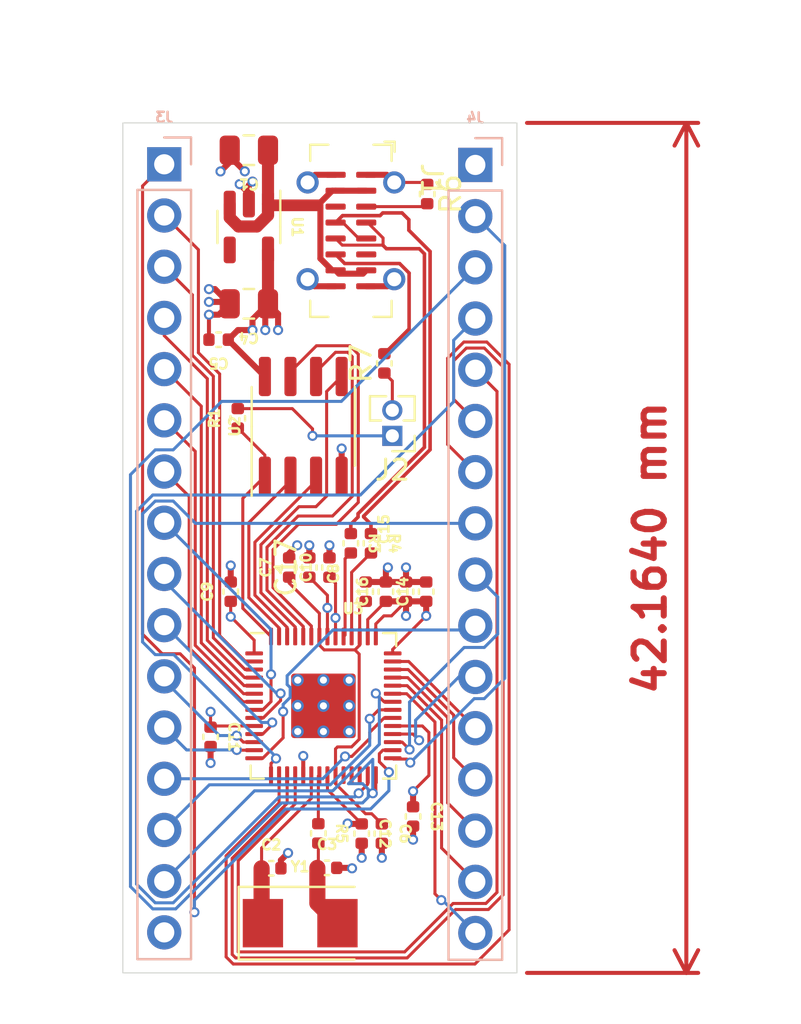
<source format=kicad_pcb>
(kicad_pcb (version 20221018) (generator pcbnew)
  (title_block (title "RP2040 Minimal Design Example") (date "2020-07-13") (rev "REV1") (company "Raspberry Pi (Trading) Ltd"))
  (layers (0 "F.Cu" signal) (1 "In1.Cu" power) (2 "In2.Cu" power) (31 "B.Cu" signal) (34 "B.Paste" user) (35 "F.Paste" user) (36 "B.SilkS" user "B.Silkscreen") (37 "F.SilkS" user "F.Silkscreen") (38 "B.Mask" user) (39 "F.Mask" user) (44 "Edge.Cuts" user))
  (net 0 "")
  (net 1 "GND")
  (net 2 "VBUS")
  (net 3 "/XIN")
  (net 4 "/XOUT")
  (net 5 "+3V3")
  (net 6 "+1V1")
  (net 7 "/~{USB_BOOT}")
  (net 8 "/RUN")
  (net 9 "/SWD")
  (net 10 "/SWCLK")
  (net 11 "/QSPI_SS")
  (net 12 "Net-(J1-CC1)")
  (net 14 "/QSPI_SD3")
  (net 15 "/QSPI_SCLK")
  (net 16 "/QSPI_SD0")
  (net 17 "/QSPI_SD2")
  (net 18 "/QSPI_SD1")
  (net 19 "/USB_D+")
  (net 20 "/USB_D-")
  (net 21 "Net-(C3-Pad1)")
  (net 22 "Net-(J1-CC2)")
  (net 25 "Net-(U3-USB_DP)")
  (net 26 "/A19")
  (net 27 "/A16")
  (net 28 "/A15")
  (net 29 "/A12")
  (net 30 "/A7")
  (net 31 "/A6")
  (net 32 "/A5")
  (net 33 "/A4")
  (net 34 "/A3")
  (net 35 "/A2")
  (net 36 "/A1")
  (net 37 "/A0")
  (net 38 "/D0")
  (net 39 "/D1")
  (net 40 "/D2")
  (net 41 "Net-(U3-USB_DM)")
  (net 42 "/A18")
  (net 43 "/A17")
  (net 44 "/A14")
  (net 45 "/A13")
  (net 46 "/A8")
  (net 47 "/A9")
  (net 48 "/A11")
  (net 49 "/~{OE}")
  (net 50 "/A10")
  (net 51 "/~{CE}")
  (net 52 "/D7")
  (net 53 "/D6")
  (net 54 "/D5")
  (net 55 "/D4")
  (net 56 "/D3")
  (footprint "Capacitor_SMD:C_0402_1005Metric" (layer "F.Cu") (at 62.72 54.126 90)
    (fp_text reference "R7")
    (fp_text value "5.1k")
  )
  (footprint "Capacitor_SMD:C_0402_1005Metric" (layer "F.Cu") (at 61.595 77.451 -90)
    (fp_text reference "C12")
    (fp_text value "100n")
  )
  (footprint "Crystal:Crystal_SMD_5032-2Pin_5.0x3.2mm" (layer "F.Cu") (at 58.542 81.895)
    (fp_text reference "Y1")
    (fp_text value "445C25D12M00000")
  )
  (footprint "Capacitor_SMD:C_0402_1005Metric" (layer "F.Cu") (at 58.995 64.251 90)
    (fp_text reference "C17")
    (fp_text value "100n")
  )
  (footprint "Capacitor_SMD:C_0402_1005Metric" (layer "F.Cu") (at 62.055 63.051 -90)
    (fp_text reference "R4")
    (fp_text value "27")
  )
  (footprint "RP2040_minimal:RP2040-QFN-56" (layer "F.Cu") (at 59.695 71.1135)
    (fp_text reference "U3")
    (fp_text value "RP2040")
  )
  (footprint "Capacitor_SMD:C_0402_1005Metric" (layer "F.Cu") (at 59.443 77.441 -90)
    (fp_text reference "R5")
    (fp_text value "1k")
  )
  (footprint "Package_SO:SOIC-8_3.9x4.9mm_P1.27mm" (layer "F.Cu") (at 58.695 57.251 90)
    (fp_text reference "U2")
    (fp_text value "W25Q16JVSNIQ")
  )
  (footprint "Capacitor_SMD:C_0402_1005Metric" (layer "F.Cu") (at 59.995 64.251 90)
    (fp_text reference "C10")
    (fp_text value "1u")
  )
  (footprint "Connector_USB:USB_C_Receptacle_G-Switch_GT-USB-7051x" (layer "F.Cu") (at 61.06 47.551 -90)
    (fp_text reference "J1")
    (fp_text value "USB_C_Receptacle_USB2.0")
  )
  (footprint "Capacitor_SMD:C_0402_1005Metric" (layer "F.Cu") (at 61.795 65.451 90)
    (fp_text reference "C8")
    (fp_text value "1u")
  )
  (footprint "Capacitor_SMD:C_0402_1005Metric" (layer "F.Cu") (at 59.875 79.151)
    (fp_text reference "C3")
    (fp_text value "27p")
  )
  (footprint "Package_TO_SOT_SMD:SOT-23-5" (layer "F.Cu") (at 55.995 47.361 -90)
    (fp_text reference "U1")
    (fp_text value "AP2112K-3.3")
  )
  (footprint "Capacitor_SMD:C_0805_2012Metric" (layer "F.Cu") (at 55.995 51.171 180)
    (fp_text reference "C4")
    (fp_text value "1u")
  )
  (footprint "Capacitor_SMD:C_0402_1005Metric" (layer "F.Cu") (at 64.145 76.601 -90)
    (fp_text reference "C13")
    (fp_text value "100n")
  )
  (footprint "Capacitor_SMD:C_0402_1005Metric" (layer "F.Cu") (at 55.095 65.451 90)
    (fp_text reference "C9")
    (fp_text value "100n")
  )
  (footprint "Capacitor_SMD:C_0402_1005Metric" (layer "F.Cu") (at 54.095 72.651 -90)
    (fp_text reference "C11")
    (fp_text value "100n")
  )
  (footprint "Capacitor_SMD:C_0402_1005Metric" (layer "F.Cu") (at 64.845 45.726 -90)
    (fp_text reference "R6")
    (fp_text value "5.1k")
  )
  (footprint "Capacitor_SMD:C_0402_1005Metric" (layer "F.Cu") (at 55.445 56.851 90)
    (fp_text reference "R1")
    (fp_text value "1k")
  )
  (footprint "Capacitor_SMD:C_0402_1005Metric" (layer "F.Cu") (at 63.795 65.451 90)
    (fp_text reference "C15")
    (fp_text value "100n")
  )
  (footprint "Capacitor_SMD:C_0402_1005Metric" (layer "F.Cu") (at 62.795 65.451 90)
    (fp_text reference "C16")
    (fp_text value "100n")
  )
  (footprint "Capacitor_SMD:C_0402_1005Metric" (layer "F.Cu") (at 57.1066 79.1714)
    (fp_text reference "C2")
    (fp_text value "27p")
  )
  (footprint "Capacitor_SMD:C_0402_1005Metric" (layer "F.Cu") (at 57.995 64.251 90)
    (fp_text reference "C7")
    (fp_text value "100n")
  )
  (footprint "Capacitor_SMD:C_0402_1005Metric" (layer "F.Cu") (at 54.495 52.951 180)
    (fp_text reference "C5")
    (fp_text value "100n")
  )
  (footprint "Capacitor_SMD:C_0805_2012Metric" (layer "F.Cu") (at 55.995 43.551 180)
    (fp_text reference "C1")
    (fp_text value "1u")
  )
  (footprint "Capacitor_SMD:C_0402_1005Metric" (layer "F.Cu") (at 62.595 77.451 -90)
    (fp_text reference "C6")
    (fp_text value "100n")
  )
  (footprint "Capacitor_SMD:C_0402_1005Metric" (layer "F.Cu") (at 64.795 65.451 90)
    (fp_text reference "C14")
    (fp_text value "100n")
  )
  (footprint "Capacitor_SMD:C_0402_1005Metric" (layer "F.Cu") (at 61.055 63.051 -90)
    (fp_text reference "R3")
    (fp_text value "27")
  )
  (footprint "Connector_PinHeader_1.27mm:PinHeader_1x02_P1.27mm_Vertical" (layer "F.Cu") (at 63.115 57.721 180)
    (fp_text reference "J2")
    (fp_text value "Conn_01x02")
  )
  (footprint "Connector_PinHeader_2.54mm:PinHeader_1x16_P2.54mm_Vertical" (layer "B.Cu") (at 67.234 44.282 180)
    (fp_text reference "J4")
    (fp_text value "Conn_01x16")
  )
  (footprint "Connector_PinHeader_2.54mm:PinHeader_1x16_P2.54mm_Vertical" (layer "B.Cu") (at 51.795 44.251 180)
    (fp_text reference "J3")
    (fp_text value "Conn_01x16")
  )
  (gr_rect (start 49.741 42.197) (end 69.299 84.361) (stroke (width 0.05)) (fill none) (layer "Edge.Cuts"))
  (dimension (type aligned) (layer "F.Cu") (pts (xy 69.299 84.361) (xy 69.299 42.197)) (height 8.4074) (gr_text "42.1640 mm" (at 75.9064 63.279 90) (layer "F.Cu") (effects (font (size 1.5 1.5) (thickness 0.3)))) (format (prefix "") (suffix "") (units 3) (units_format 1) (precision 4)) (style (thickness 0.2) (arrow_length 1.27) (text_position_mode 0) (extension_height 0.58642) (extension_offset 0.5) keep_text_aligned))
  (segment (start 55.995 45.69) (end 55.54 45.235) (width 0.3) (layer "F.Cu") (net 1))
  (segment (start 57.5866 78.7664) (end 57.94 78.413) (width 0.3) (layer "F.Cu") (net 1))
  (segment (start 57.995 63.771) (end 57.995 63.551) (width 0.3) (layer "F.Cu") (net 1))
  (segment (start 61.82 50.301) (end 62.86 50.301) (width 0.3) (layer "F.Cu") (net 1))
  (segment (start 54.951 51.077) (end 55.045 51.171) (width 0.3) (layer "F.Cu") (net 1))
  (segment (start 54.015 52.951) (end 54.015 51.713) (width 0.2) (layer "F.Cu") (net 1))
  (segment (start 57.5866 79.1714) (end 57.5866 78.7664) (width 0.3) (layer "F.Cu") (net 1))
  (segment (start 55.045 43.551) (end 55.045 44.147233) (width 0.3) (layer "F.Cu") (net 1))
  (segment (start 62.72 54.606) (end 63.115 55.001) (width 0.15) (layer "F.Cu") (net 1))
  (segment (start 64.845 45.246) (end 64.75 45.151) (width 0.15) (layer "F.Cu") (net 1))
  (segment (start 54.016 51.712) (end 54.504 51.712) (width 0.3) (layer "F.Cu") (net 1))
  (segment (start 59.26 50.301) (end 58.91 49.951) (width 0.3) (layer "F.Cu") (net 1))
  (segment (start 64.145 77.081) (end 64.145 77.751) (width 0.3) (layer "F.Cu") (net 1))
  (segment (start 54.095 73.131) (end 54.095 73.949) (width 0.3) (layer "F.Cu") (net 1))
  (segment (start 57.995 63.551) (end 58.395 63.151) (width 0.3) (layer "F.Cu") (net 1))
  (segment (start 55.995 45.288) (end 56.175 45.108) (width 0.3) (layer "F.Cu") (net 1))
  (segment (start 61.595 77.931) (end 61.595 78.651) (width 0.3) (layer "F.Cu") (net 1))
  (segment (start 62.83 44.771) (end 63.21 45.151) (width 0.3) (layer "F.Cu") (net 1))
  (segment (start 63.795 64.971) (end 63.795 64.251) (width 0.3) (layer "F.Cu") (net 1))
  (segment (start 54.316 50.442) (end 55.045 51.171) (width 0.3) (layer "F.Cu") (net 1))
  (segment (start 64.75 45.151) (end 63.21 45.151) (width 0.15) (layer "F.Cu") (net 1))
  (segment (start 58.695 74.551) (end 58.695 73.601) (width 0.2) (layer "F.Cu") (net 1))
  (segment (start 54.016 50.442) (end 54.316 50.442) (width 0.3) (layer "F.Cu") (net 1))
  (segment (start 55.045 43.551) (end 55.045 43.851) (width 0.3) (layer "F.Cu") (net 1))
  (segment (start 61.091 79.151) (end 61.115 79.175) (width 0.3) (layer "F.Cu") (net 1))
  (segment (start 62.795 64.351) (end 62.895 64.251) (width 0.3) (layer "F.Cu") (net 1))
  (segment (start 63.115 55.001) (end 63.115 56.451) (width 0.15) (layer "F.Cu") (net 1))
  (segment (start 59.995 63.771) (end 59.995 63.151) (width 0.3) (layer "F.Cu") (net 1))
  (segment (start 60.6 59.726) (end 60.6 58.3515) (width 0.3) (layer "F.Cu") (net 1))
  (segment (start 55.045 44.147233) (end 54.587466 44.604767) (width 0.3) (layer "F.Cu") (net 1))
  (segment (start 55.995 46.2235) (end 55.995 45.288) (width 0.3) (layer "F.Cu") (net 1))
  (segment (start 55.095 64.971) (end 55.095 64.153) (width 0.3) (layer "F.Cu") (net 1))
  (segment (start 60.3 50.301) (end 59.26 50.301) (width 0.3) (layer "F.Cu") (net 1))
  (segment (start 61.795 64.971) (end 64.795 64.971) (width 0.3) (layer "F.Cu") (net 1))
  (segment (start 55.045 43.851) (end 55.794 44.6) (width 0.3) (layer "F.Cu") (net 1))
  (segment (start 54.015 51.713) (end 54.016 51.712) (width 0.2) (layer "F.Cu") (net 1))
  (segment (start 60.3 44.771) (end 59.29 44.771) (width 0.3) (layer "F.Cu") (net 1))
  (segment (start 59.29 44.771) (end 58.91 45.151) (width 0.3) (layer "F.Cu") (net 1))
  (segment (start 62.86 50.301) (end 63.21 49.951) (width 0.3) (layer "F.Cu") (net 1))
  (segment (start 55.995 46.2235) (end 55.995 45.69) (width 0.3) (layer "F.Cu") (net 1))
  (segment (start 60.355 79.151) (end 61.091 79.151) (width 0.3) (layer "F.Cu") (net 1))
  (segment (start 54.016 51.077) (end 54.951 51.077) (width 0.3) (layer "F.Cu") (net 1))
  (segment (start 60.6 58.3515) (end 60.6005 58.351) (width 0.3) (layer "F.Cu") (net 1))
  (segment (start 61.82 44.771) (end 62.83 44.771) (width 0.3) (layer "F.Cu") (net 1))
  (segment (start 62.595 77.931) (end 62.595 78.651) (width 0.3) (layer "F.Cu") (net 1))
  (segment (start 54.504 51.712) (end 55.045 51.171) (width 0.3) (layer "F.Cu") (net 1))
  (segment (start 58.995 63.771) (end 58.995 63.151) (width 0.3) (layer "F.Cu") (net 1))
  (segment (start 62.795 64.971) (end 62.795 64.351) (width 0.3) (layer "F.Cu") (net 1))
  (via (at 59.995 63.151) (size 0.5) (drill 0.3) (layers "F.Cu" "B.Cu") (net 1))
  (via (at 55.54 45.235) (size 0.5) (drill 0.3) (layers "F.Cu" "B.Cu") (net 1))
  (via (at 61.595 78.651) (size 0.5) (drill 0.3) (layers "F.Cu" "B.Cu") (net 1))
  (via (at 61.115 79.175) (size 0.5) (drill 0.3) (layers "F.Cu" "B.Cu") (net 1))
  (via (at 57.94 78.413) (size 0.5) (drill 0.3) (layers "F.Cu" "B.Cu") (net 1))
  (via (at 60.6005 58.351) (size 0.5) (drill 0.3) (layers "F.Cu" "B.Cu") (net 1))
  (via (at 54.095 73.949) (size 0.5) (drill 0.3) (layers "F.Cu" "B.Cu") (net 1))
  (via (at 58.995 63.151) (size 0.5) (drill 0.3) (layers "F.Cu" "B.Cu") (net 1))
  (via (at 58.395 63.151) (size 0.5) (drill 0.3) (layers "F.Cu" "B.Cu") (net 1))
  (via (at 54.016 50.442) (size 0.5) (drill 0.3) (layers "F.Cu" "B.Cu") (net 1))
  (via (at 55.095 64.153) (size 0.5) (drill 0.3) (layers "F.Cu" "B.Cu") (net 1))
  (via (at 64.145 77.751) (size 0.5) (drill 0.3) (layers "F.Cu" "B.Cu") (net 1))
  (via (at 54.016 51.712) (size 0.5) (drill 0.3) (layers "F.Cu" "B.Cu") (net 1))
  (via (at 54.587466 44.604767) (size 0.5) (drill 0.3) (layers "F.Cu" "B.Cu") (net 1))
  (via (at 62.895 64.251) (size 0.5) (drill 0.3) (layers "F.Cu" "B.Cu") (net 1))
  (via (at 62.595 78.651) (size 0.5) (drill 0.3) (layers "F.Cu" "B.Cu") (net 1))
  (via (at 54.016 51.077) (size 0.5) (drill 0.3) (layers "F.Cu" "B.Cu") (net 1))
  (via (at 58.695 73.601) (size 0.5) (drill 0.3) (layers "F.Cu" "B.Cu") (net 1))
  (via (at 55.794 44.6) (size 0.5) (drill 0.3) (layers "F.Cu" "B.Cu") (net 1))
  (via (at 63.795 64.251) (size 0.5) (drill 0.3) (layers "F.Cu" "B.Cu") (net 1))
  (via (at 56.175 45.108) (size 0.5) (drill 0.3) (layers "F.Cu" "B.Cu") (net 1))
  (segment (start 59.545 46.426) (end 57.1475 46.426) (width 0.3) (layer "F.Cu") (net 2))
  (segment (start 60.130381 49.511) (end 59.545 48.925619) (width 0.3) (layer "F.Cu") (net 2))
  (segment (start 60.465 49.676) (end 61.655 49.676) (width 0.3) (layer "F.Cu") (net 2))
  (segment (start 56.393528 47.336) (end 55.482 47.336) (width 0.6) (layer "F.Cu") (net 2))
  (segment (start 61.82 45.561) (end 60.3 45.561) (width 0.3) (layer "F.Cu") (net 2))
  (segment (start 57.1475 46.426) (end 56.945 46.2235) (width 0.3) (layer "F.Cu") (net 2))
  (segment (start 55.482 47.336) (end 55.045 46.899) (width 0.6) (layer "F.Cu") (net 2))
  (segment (start 59.545 48.925619) (end 59.545 46.426) (width 0.3) (layer "F.Cu") (net 2))
  (segment (start 56.945 46.2235) (end 56.945 46.784528) (width 0.6) (layer "F.Cu") (net 2))
  (segment (start 60.3 49.511) (end 60.465 49.676) (width 0.3) (layer "F.Cu") (net 2))
  (segment (start 60.3 49.511) (end 60.130381 49.511) (width 0.3) (layer "F.Cu") (net 2))
  (segment (start 59.545 46.426) (end 59.545 46.146381) (width 0.3) (layer "F.Cu") (net 2))
  (segment (start 57.022119 46.146381) (end 56.945 46.2235) (width 0.3) (layer "F.Cu") (net 2))
  (segment (start 60.130381 45.561) (end 60.3 45.561) (width 0.3) (layer "F.Cu") (net 2))
  (segment (start 59.545 46.146381) (end 60.130381 45.561) (width 0.3) (layer "F.Cu") (net 2))
  (segment (start 61.655 49.676) (end 61.82 49.511) (width 0.3) (layer "F.Cu") (net 2))
  (segment (start 55.045 46.899) (end 55.045 46.2235) (width 0.6) (layer "F.Cu") (net 2))
  (segment (start 56.945 43.551) (end 56.945 46.2235) (width 0.6) (layer "F.Cu") (net 2))
  (segment (start 56.945 46.784528) (end 56.393528 47.336) (width 0.6) (layer "F.Cu") (net 2))
  (segment (start 59.545 46.146381) (end 57.022119 46.146381) (width 0.3) (layer "F.Cu") (net 2))
  (segment (start 56.6266 79.1714) (end 56.6266 81.8296) (width 0.8) (layer "F.Cu") (net 3))
  (segment (start 56.6266 81.8296) (end 56.692 81.895) (width 0.8) (layer "F.Cu") (net 3))
  (segment (start 59.095 74.551) (end 59.095 75.701) (width 0.15) (layer "F.Cu") (net 3))
  (segment (start 59.095 75.701) (end 56.6266 78.1694) (width 0.15) (layer "F.Cu") (net 3))
  (segment (start 56.6266 78.1694) (end 56.6266 79.1714) (width 0.15) (layer "F.Cu") (net 3))
  (segment (start 59.443 76.961) (end 59.443 74.603) (width 0.15) (layer "F.Cu") (net 4))
  (segment (start 59.443 74.603) (end 59.495 74.551) (width 0.15) (layer "F.Cu") (net 4))
  (segment (start 59.895 75.271) (end 61.595 76.971) (width 0.15) (layer "F.Cu") (net 5))
  (segment (start 63.1325 72.1135) (end 64.6075 72.1135) (width 0.15) (layer "F.Cu") (net 5))
  (segment (start 57.445 51.671) (end 56.945 51.171) (width 0.3) (layer "F.Cu") (net 5))
  (segment (start 56.2575 72.1135) (end 54.1525 72.1135) (width 0.15) (layer "F.Cu") (net 5))
  (segment (start 62.695 66.651) (end 63.075 66.651) (width 0.15) (layer "F.Cu") (net 5))
  (segment (start 56.2575 67.8555) (end 56.2575 68.5135) (width 0.15) (layer "F.Cu") (net 5))
  (segment (start 60.295 65.031) (end 59.995 64.731) (width 0.15) (layer "F.Cu") (net 5))
  (segment (start 64.6075 72.1135) (end 64.930472 72.436472) (width 0.15) (layer "F.Cu") (net 5))
  (segment (start 62.295 67.676) (end 62.295 67.051) (width 0.15) (layer "F.Cu") (net 5))
  (segment (start 64.795 65.931) (end 62.795 65.931) (width 0.3) (layer "F.Cu") (net 5))
  (segment (start 54.095 72.171) (end 54.095 71.409) (width 0.15) (layer "F.Cu") (net 5))
  (segment (start 63.795 66.651) (end 63.795 65.931) (width 0.3) (layer "F.Cu") (net 5))
  (segment (start 64.795 65.931) (end 64.795 66.651) (width 0.3) (layer "F.Cu") (net 5))
  (segment (start 60.295 67.676) (end 60.295 65.031) (width 0.15) (layer "F.Cu") (net 5))
  (segment (start 56.81 51.306) (end 56.945 51.171) (width 0.3) (layer "F.Cu") (net 5))
  (segment (start 54.975 52.961) (end 56.79 54.776) (width 0.3) (layer "F.Cu") (net 5))
  (segment (start 54.975 52.951) (end 54.975 52.961) (width 0.3) (layer "F.Cu") (net 5))
  (segment (start 56.175 51.941) (end 56.945 51.171) (width 0.3) (layer "F.Cu") (net 5))
  (segment (start 63.075 66.651) (end 63.795 65.931) (width 0.15) (layer "F.Cu") (net 5))
  (segment (start 55.095 66.693) (end 56.2575 67.8555) (width 0.15) (layer "F.Cu") (net 5))
  (segment (start 63.1325 68.5135) (end 63.1325 68.3135) (width 0.15) (layer "F.Cu") (net 5))
  (segment (start 57.445 52.474) (end 57.445 51.671) (width 0.3) (layer "F.Cu") (net 5))
  (segment (start 54.1525 72.1135) (end 54.095 72.171) (width 0.15) (layer "F.Cu") (net 5))
  (segment (start 63.1325 68.3135) (end 64.795 66.651) (width 0.15) (layer "F.Cu") (net 5))
  (segment (start 56.81 52.474) (end 56.81 51.306) (width 0.3) (layer "F.Cu") (net 5))
  (segment (start 56.175 52.474) (end 55.452 52.474) (width 0.3) (layer "F.Cu") (net 5))
  (segment (start 59.895 74.551) (end 59.895 75.271) (width 0.15) (layer "F.Cu") (net 5))
  (segment (start 59.895 67.676) (end 59.895 65.631) (width 0.15) (layer "F.Cu") (net 5))
  (segment (start 64.145 76.121) (end 64.145 75.351) (width 0.3) (layer "F.Cu") (net 5))
  (segment (start 55.095 65.931) (end 55.095 66.693) (width 0.15) (layer "F.Cu") (net 5))
  (segment (start 56.175 52.474) (end 56.175 51.941) (width 0.3) (layer "F.Cu") (net 5))
  (segment (start 61.895 66.831) (end 62.795 65.931) (width 0.15) (layer "F.Cu") (net 5))
  (segment (start 61.895 67.676) (end 61.895 66.831) (width 0.15) (layer "F.Cu") (net 5))
  (segment (start 55.452 52.474) (end 54.975 52.951) (width 0.3) (layer "F.Cu") (net 5))
  (segment (start 59.895 65.631) (end 58.995 64.731) (width 0.15) (layer "F.Cu") (net 5))
  (segment (start 64.930472 72.436472) (end 64.930472 74.565528) (width 0.15) (layer "F.Cu") (net 5))
  (segment (start 64.930472 74.565528) (end 64.145 75.351) (width 0.15) (layer "F.Cu") (net 5))
  (segment (start 62.295 67.051) (end 62.695 66.651) (width 0.15) (layer "F.Cu") (net 5))
  (segment (start 60.915 76.971) (end 60.895 76.951) (width 0.3) (layer "F.Cu") (net 5))
  (segment (start 61.595 76.971) (end 60.915 76.971) (width 0.3) (layer "F.Cu") (net 5))
  (segment (start 56.945 48.4985) (end 56.945 51.171) (width 0.6) (layer "F.Cu") (net 5))
  (via (at 56.81 52.474) (size 0.5) (drill 0.3) (layers "F.Cu" "B.Cu") (net 5))
  (via (at 64.795 66.651) (size 0.5) (drill 0.3) (layers "F.Cu" "B.Cu") (net 5))
  (via (at 55.095 66.693) (size 0.5) (drill 0.3) (layers "F.Cu" "B.Cu") (net 5))
  (via (at 63.795 66.651) (size 0.5) (drill 0.3) (layers "F.Cu" "B.Cu") (net 5))
  (via (at 64.145 75.351) (size 0.5) (drill 0.3) (layers "F.Cu" "B.Cu") (net 5))
  (via (at 59.895 66.251) (size 0.5) (drill 0.3) (layers "F.Cu" "B.Cu") (net 5))
  (via (at 54.095 71.409) (size 0.5) (drill 0.3) (layers "F.Cu" "B.Cu") (net 5))
  (via (at 56.175 52.474) (size 0.5) (drill 0.3) (layers "F.Cu" "B.Cu") (net 5))
  (via (at 60.295 66.751) (size 0.5) (drill 0.3) (layers "F.Cu" "B.Cu") (net 5))
  (via (at 57.445 52.474) (size 0.5) (drill 0.3) (layers "F.Cu" "B.Cu") (net 5))
  (via (at 60.895 76.951) (size 0.5) (drill 0.3) (layers "F.Cu" "B.Cu") (net 5))
  (segment (start 60.295 74.551) (end 60.295 74.977409) (width 0.15) (layer "F.Cu") (net 6))
  (segment (start 62.09 76.466) (end 62.595 76.971) (width 0.15) (layer "F.Cu") (net 6))
  (segment (start 59.495 67.676) (end 59.495 68.102409) (width 0.15) (layer "F.Cu") (net 6))
  (segment (start 61.495 68.102409) (end 61.495 67.676) (width 0.15) (layer "F.Cu") (net 6))
  (segment (start 60.295 73.251) (end 60.295 74.551) (width 0.15) (layer "F.Cu") (net 6))
  (segment (start 61.47 68.549591) (end 61.47 72.772345) (width 0.15) (layer "F.Cu") (net 6))
  (segment (start 61.783591 76.466) (end 62.09 76.466) (width 0.15) (layer "F.Cu") (net 6))
  (segment (start 57.995 64.731) (end 57.995 65.022752) (width 0.15) (layer "F.Cu") (net 6))
  (segment (start 60.295 74.977409) (end 61.783591 76.466) (width 0.15) (layer "F.Cu") (net 6))
  (segment (start 57.995 65.022752) (end 59.495 66.522752) (width 0.15) (layer "F.Cu") (net 6))
  (segment (start 61.258909 68.3385) (end 61.495 68.102409) (width 0.15) (layer "F.Cu") (net 6))
  (segment (start 60.395 73.151) (end 60.295 73.251) (width 0.15) (layer "F.Cu") (net 6))
  (segment (start 59.731091 68.3385) (end 61.258909 68.3385) (width 0.15) (layer "F.Cu") (net 6))
  (segment (start 59.495 68.102409) (end 59.731091 68.3385) (width 0.15) (layer "F.Cu") (net 6))
  (segment (start 61.495 66.231) (end 61.795 65.931) (width 0.15) (layer "F.Cu") (net 6))
  (segment (start 61.258909 68.3385) (end 61.47 68.549591) (width 0.15) (layer "F.Cu") (net 6))
  (segment (start 61.495 67.676) (end 61.495 66.231) (width 0.15) (layer "F.Cu") (net 6))
  (segment (start 59.495 66.522752) (end 59.495 67.676) (width 0.15) (layer "F.Cu") (net 6))
  (segment (start 61.47 72.772345) (end 61.091345 73.151) (width 0.15) (layer "F.Cu") (net 6))
  (segment (start 61.091345 73.151) (end 60.395 73.151) (width 0.15) (layer "F.Cu") (net 6))
  (segment (start 58.1505 56.371) (end 55.445 56.371) (width 0.15) (layer "F.Cu") (net 7))
  (segment (start 59.155 57.721) (end 59.155 57.3755) (width 0.15) (layer "F.Cu") (net 7))
  (segment (start 59.155 57.3755) (end 58.1505 56.371) (width 0.15) (layer "F.Cu") (net 7))
  (via (at 59.155 57.721) (size 0.5) (drill 0.3) (layers "F.Cu" "B.Cu") (net 7))
  (segment (start 59.155 57.721) (end 63.115 57.721) (width 0.15) (layer "B.Cu") (net 7))
  (segment (start 55.695 60.821) (end 55.695 66.276) (width 0.15) (layer "F.Cu") (net 11))
  (segment (start 56.79 58.676) (end 56.79 59.726) (width 0.15) (layer "F.Cu") (net 11))
  (segment (start 56.79 59.726) (end 55.695 60.821) (width 0.15) (layer "F.Cu") (net 11))
  (segment (start 55.445 57.331) (end 56.79 58.676) (width 0.15) (layer "F.Cu") (net 11))
  (segment (start 55.695 66.276) (end 57.095 67.676) (width 0.15) (layer "F.Cu") (net 11))
  (segment (start 64.7 46.351) (end 64.845 46.206) (width 0.15) (layer "F.Cu") (net 12))
  (segment (start 61.82 46.351) (end 64.7 46.351) (width 0.15) (layer "F.Cu") (net 12))
  (segment (start 58.06 54.54067) (end 59.34967 53.251) (width 0.15) (layer "F.Cu") (net 14))
  (segment (start 61.425 53.671406) (end 61.425 61.021) (width 0.15) (layer "F.Cu") (net 14))
  (segment (start 60.335939 62.110061) (end 58.454061 62.110061) (width 0.15) (layer "F.Cu") (net 14))
  (segment (start 61.004594 53.251) (end 61.425 53.671406) (width 0.15) (layer "F.Cu") (net 14))
  (segment (start 59.34967 53.251) (end 61.004594 53.251) (width 0.15) (layer "F.Cu") (net 14))
  (segment (start 58.454061 62.110061) (end 57.195 63.369122) (width 0.15) (layer "F.Cu") (net 14))
  (segment (start 57.195 63.369122) (end 57.195 65.252535) (width 0.15) (layer "F.Cu") (net 14))
  (segment (start 61.425 61.021) (end 60.335939 62.110061) (width 0.15) (layer "F.Cu") (net 14))
  (segment (start 57.195 65.252535) (end 59.095 67.152535) (width 0.15) (layer "F.Cu") (net 14))
  (segment (start 59.095 67.152535) (end 59.095 67.676) (width 0.15) (layer "F.Cu") (net 14))
  (segment (start 58.06 54.776) (end 58.06 54.54067) (width 0.15) (layer "F.Cu") (net 14))
  (segment (start 59.33 54.776) (end 59.33 54.54067) (width 0.15) (layer "F.Cu") (net 15))
  (segment (start 56.895 65.376799) (end 58.695 67.176799) (width 0.15) (layer "F.Cu") (net 15))
  (segment (start 58.695 67.176799) (end 58.695 67.676) (width 0.15) (layer "F.Cu") (net 15))
  (segment (start 61.125 60.721) (end 60.148071 61.697929) (width 0.15) (layer "F.Cu") (net 15))
  (segment (start 58.441929 61.697929) (end 56.895 63.244858) (width 0.15) (layer "F.Cu") (net 15))
  (segment (start 60.90533 53.576) (end 61.125 53.79567) (width 0.15) (layer "F.Cu") (net 15))
  (segment (start 56.895 63.244858) (end 56.895 65.376799) (width 0.15) (layer "F.Cu") (net 15))
  (segment (start 60.148071 61.697929) (end 58.441929 61.697929) (width 0.15) (layer "F.Cu") (net 15))
  (segment (start 59.33 54.54067) (end 60.29467 53.576) (width 0.15) (layer "F.Cu") (net 15))
  (segment (start 60.29467 53.576) (end 60.90533 53.576) (width 0.15) (layer "F.Cu") (net 15))
  (segment (start 61.125 53.79567) (end 61.125 60.721) (width 0.15) (layer "F.Cu") (net 15))
  (segment (start 59.855 55.521) (end 59.855 60.70633) (width 0.15) (layer "F.Cu") (net 16))
  (segment (start 59.325533 61.235797) (end 58.479797 61.235797) (width 0.15) (layer "F.Cu") (net 16))
  (segment (start 58.479797 61.235797) (end 56.595 63.120594) (width 0.15) (layer "F.Cu") (net 16))
  (segment (start 59.855 60.70633) (end 59.325533 61.235797) (width 0.15) (layer "F.Cu") (net 16))
  (segment (start 56.595 65.501063) (end 58.295 67.201063) (width 0.15) (layer "F.Cu") (net 16))
  (segment (start 56.595 63.120594) (end 56.595 65.501063) (width 0.15) (layer "F.Cu") (net 16))
  (segment (start 60.6 54.776) (end 59.855 55.521) (width 0.15) (layer "F.Cu") (net 16))
  (segment (start 58.295 67.201063) (end 58.295 67.676) (width 0.15) (layer "F.Cu") (net 16))
  (segment (start 56.295 62.99633) (end 56.295 65.625327) (width 0.15) (layer "F.Cu") (net 17))
  (segment (start 59.33 59.96133) (end 56.295 62.99633) (width 0.15) (layer "F.Cu") (net 17))
  (segment (start 57.895 67.225327) (end 57.895 67.676) (width 0.15) (layer "F.Cu") (net 17))
  (segment (start 56.295 65.625327) (end 57.895 67.225327) (width 0.15) (layer "F.Cu") (net 17))
  (segment (start 59.33 59.726) (end 59.33 59.96133) (width 0.15) (layer "F.Cu") (net 17))
  (segment (start 55.995 62.02633) (end 55.995 65.749591) (width 0.15) (layer "F.Cu") (net 18))
  (segment (start 57.495 67.249591) (end 57.495 67.676) (width 0.15) (layer "F.Cu") (net 18))
  (segment (start 55.995 65.749591) (end 57.495 67.249591) (width 0.15) (layer "F.Cu") (net 18))
  (segment (start 58.06 59.726) (end 58.06 59.96133) (width 0.15) (layer "F.Cu") (net 18))
  (segment (start 58.06 59.96133) (end 55.995 62.02633) (width 0.15) (layer "F.Cu") (net 18))
  (segment (start 61.055 62.105999) (end 61.41425 61.746749) (width 0.1765) (layer "F.Cu") (net 19))
  (segment (start 64.707753 58.289195) (end 64.707753 48.691855) (width 0.1765) (layer "F.Cu") (net 19))
  (segment (start 61.890624 47.141) (end 62.655 47.905376) (width 0.15) (layer "F.Cu") (net 19))
  (segment (start 62.655 48.270804) (end 62.655 48.261) (width 0.1765) (layer "F.Cu") (net 19))
  (segment (start 61.41425 61.582698) (end 64.707753 58.289195) (width 0.1765) (layer "F.Cu") (net 19))
  (segment (start 64.707753 48.691855) (end 64.455148 48.43925) (width 0.1765) (layer "F.Cu") (net 19))
  (segment (start 60.3 47.931) (end 60.63 48.261) (width 0.15) (layer "F.Cu") (net 19))
  (segment (start 61.41425 61.746749) (end 61.41425 61.582698) (width 0.1765) (layer "F.Cu") (net 19))
  (segment (start 62.655 47.905376) (end 62.655 48.261) (width 0.15) (layer "F.Cu") (net 19))
  (segment (start 61.82 47.141) (end 61.890624 47.141) (width 0.15) (layer "F.Cu") (net 19))
  (segment (start 64.455148 48.43925) (end 62.823446 48.43925) (width 0.1765) (layer "F.Cu") (net 19))
  (segment (start 61.055 62.571) (end 61.055 62.105999) (width 0.1765) (layer "F.Cu") (net 19))
  (segment (start 62.823446 48.43925) (end 62.655 48.270804) (width 0.1765) (layer "F.Cu") (net 19))
  (segment (start 60.63 48.261) (end 62.655 48.261) (width 0.15) (layer "F.Cu") (net 19))
  (segment (start 63.596554 46.66275) (end 62.641113 46.66275) (width 0.1765) (layer "F.Cu") (net 20))
  (segment (start 63.935 47.001196) (end 63.596554 46.66275) (width 0.1765) (layer "F.Cu") (net 20))
  (segment (start 62.055 62.105999) (end 61.69575 61.746749) (width 0.1765) (layer "F.Cu") (net 20))
  (segment (start 62.506113 46.79775) (end 60.64325 46.79775) (width 0.1765) (layer "F.Cu") (net 20))
  (segment (start 60.66 47.141) (end 61.045 47.526) (width 0.15) (layer "F.Cu") (net 20))
  (segment (start 61.82 47.931) (end 61.45 47.931) (width 0.15) (layer "F.Cu") (net 20))
  (segment (start 60.3 47.141) (end 60.66 47.141) (width 0.15) (layer "F.Cu") (net 20))
  (segment (start 60.64325 46.79775) (end 60.3 47.141) (width 0.1765) (layer "F.Cu") (net 20))
  (segment (start 62.641113 46.66275) (end 62.506113 46.79775) (width 0.1765) (layer "F.Cu") (net 20))
  (segment (start 64.989253 58.405799) (end 64.989253 48.575253) (width 0.1765) (layer "F.Cu") (net 20))
  (segment (start 61.69575 61.746749) (end 61.69575 61.699302) (width 0.1765) (layer "F.Cu") (net 20))
  (segment (start 61.45 47.931) (end 61.045 47.526) (width 0.15) (layer "F.Cu") (net 20))
  (segment (start 62.055 62.571) (end 62.055 62.105999) (width 0.1765) (layer "F.Cu") (net 20))
  (segment (start 64.989253 48.575253) (end 63.935 47.521) (width 0.1765) (layer "F.Cu") (net 20))
  (segment (start 63.935 47.521) (end 63.935 47.001196) (width 0.1765) (layer "F.Cu") (net 20))
  (segment (start 61.69575 61.699302) (end 64.989253 58.405799) (width 0.1765) (layer "F.Cu") (net 20))
  (segment (start 59.395 80.898) (end 60.392 81.895) (width 0.8) (layer "F.Cu") (net 21))
  (segment (start 59.443 77.921) (end 59.443 79.103) (width 0.15) (layer "F.Cu") (net 21))
  (segment (start 59.443 79.103) (end 59.395 79.151) (width 0.15) (layer "F.Cu") (net 21))
  (segment (start 59.395 79.151) (end 59.395 80.898) (width 0.8) (layer "F.Cu") (net 21))
  (segment (start 63.9478 52.4182) (end 62.72 53.646) (width 0.1756) (layer "F.Cu") (net 22))
  (segment (start 60.3 48.721) (end 60.7522 49.1732) (width 0.1756) (layer "F.Cu") (net 22))
  (segment (start 63.475607 49.1732) (end 63.9478 49.645393) (width 0.1756) (layer "F.Cu") (net 22))
  (segment (start 60.7522 49.1732) (end 63.475607 49.1732) (width 0.1756) (layer "F.Cu") (net 22))
  (segment (start 63.9478 49.645393) (end 63.9478 52.4182) (width 0.1756) (layer "F.Cu") (net 22))
  (segment (start 60.77 67.601) (end 60.77 63.816) (width 0.15) (layer "F.Cu") (net 25))
  (segment (start 60.695 67.676) (end 60.77 67.601) (width 0.15) (layer "F.Cu") (net 25))
  (segment (start 60.77 63.816) (end 61.055 63.531) (width 0.15) (layer "F.Cu") (net 25))
  (segment (start 53.295 69.24072) (end 52.58514 68.53086) (width 0.15) (layer "F.Cu") (net 26))
  (segment (start 50.72 45.326) (end 51.795 44.251) (width 0.15) (layer "F.Cu") (net 26))
  (segment (start 62.47 73.4885) (end 62.47 73.8885) (width 0.15) (layer "F.Cu") (net 26))
  (segment (start 62.47 73.8885) (end 62.945 74.3635) (width 0.15) (layer "F.Cu") (net 26))
  (segment (start 51.69458 68.53086) (end 50.72 67.55628) (width 0.15) (layer "F.Cu") (net 26))
  (segment (start 62.645 73.3135) (end 62.47 73.4885) (width 0.15) (layer "F.Cu") (net 26))
  (segment (start 52.58514 68.53086) (end 51.69458 68.53086) (width 0.15) (layer "F.Cu") (net 26))
  (segment (start 50.72 67.55628) (end 50.72 45.326) (width 0.15) (layer "F.Cu") (net 26))
  (segment (start 63.1325 73.3135) (end 62.645 73.3135) (width 0.15) (layer "F.Cu") (net 26))
  (segment (start 62.945 74.3635) (end 62.945 74.401) (width 0.15) (layer "F.Cu") (net 26))
  (segment (start 53.295 81.351) (end 53.295 69.24072) (width 0.15) (layer "F.Cu") (net 26))
  (via (at 53.295 81.351) (size 0.5) (drill 0.3) (layers "F.Cu" "B.Cu") (net 26))
  (via (at 62.945 74.401) (size 0.5) (drill 0.3) (layers "F.Cu" "B.Cu") (net 26))
  (segment (start 53.295 80.751) (end 53.295 81.351) (width 0.15) (layer "B.Cu") (net 26))
  (segment (start 62.945 75.322752) (end 62.036752 76.231) (width 0.15) (layer "B.Cu") (net 26))
  (segment (start 62.036752 76.231) (end 57.815 76.231) (width 0.15) (layer "B.Cu") (net 26))
  (segment (start 62.945 74.401) (end 62.945 75.322752) (width 0.15) (layer "B.Cu") (net 26))
  (segment (start 57.815 76.231) (end 53.295 80.751) (width 0.15) (layer "B.Cu") (net 26))
  (segment (start 56.2575 68.9135) (end 55.831091 68.9135) (width 0.15) (layer "F.Cu") (net 27))
  (segment (start 53.491 48.487) (end 51.795 46.791) (width 0.15) (layer "F.Cu") (net 27))
  (segment (start 53.491 53.597) (end 53.491 48.487) (width 0.15) (layer "F.Cu") (net 27))
  (segment (start 54.545 67.627409) (end 54.545 54.651) (width 0.15) (layer "F.Cu") (net 27))
  (segment (start 55.831091 68.9135) (end 54.545 67.627409) (width 0.15) (layer "F.Cu") (net 27))
  (segment (start 54.545 54.651) (end 53.491 53.597) (width 0.15) (layer "F.Cu") (net 27))
  (segment (start 54.232868 67.739541) (end 55.806827 69.3135) (width 0.15) (layer "F.Cu") (net 28))
  (segment (start 53.191 53.721264) (end 54.232868 54.763132) (width 0.15) (layer "F.Cu") (net 28))
  (segment (start 53.191 50.727) (end 53.191 53.721264) (width 0.15) (layer "F.Cu") (net 28))
  (segment (start 51.795 49.331) (end 53.191 50.727) (width 0.15) (layer "F.Cu") (net 28))
  (segment (start 55.806827 69.3135) (end 56.2575 69.3135) (width 0.15) (layer "F.Cu") (net 28))
  (segment (start 54.232868 54.763132) (end 54.232868 67.739541) (width 0.15) (layer "F.Cu") (net 28))
  (segment (start 53.932868 67.863805) (end 53.932868 54.887396) (width 0.15) (layer "F.Cu") (net 29))
  (segment (start 56.2575 69.7135) (end 55.782563 69.7135) (width 0.15) (layer "F.Cu") (net 29))
  (segment (start 51.795 52.749528) (end 51.795 51.871) (width 0.15) (layer "F.Cu") (net 29))
  (segment (start 55.782563 69.7135) (end 53.932868 67.863805) (width 0.15) (layer "F.Cu") (net 29))
  (segment (start 53.932868 54.887396) (end 51.795 52.749528) (width 0.15) (layer "F.Cu") (net 29))
  (segment (start 51.795 54.411) (end 53.632868 56.248868) (width 0.15) (layer "F.Cu") (net 30))
  (segment (start 53.632868 67.988069) (end 55.758299 70.1135) (width 0.15) (layer "F.Cu") (net 30))
  (segment (start 55.758299 70.1135) (end 56.2575 70.1135) (width 0.15) (layer "F.Cu") (net 30))
  (segment (start 53.632868 56.248868) (end 53.632868 67.988069) (width 0.15) (layer "F.Cu") (net 30))
  (segment (start 53.332868 68.112333) (end 55.734035 70.5135) (width 0.15) (layer "F.Cu") (net 31))
  (segment (start 55.734035 70.5135) (end 56.2575 70.5135) (width 0.15) (layer "F.Cu") (net 31))
  (segment (start 53.332868 58.488868) (end 53.332868 68.112333) (width 0.15) (layer "F.Cu") (net 31))
  (segment (start 51.795 56.951) (end 53.332868 58.488868) (width 0.15) (layer "F.Cu") (net 31))
  (segment (start 51.795 59.491) (end 53.032868 60.728868) (width 0.15) (layer "F.Cu") (net 32))
  (segment (start 55.709771 70.9135) (end 56.2575 70.9135) (width 0.15) (layer "F.Cu") (net 32))
  (segment (start 53.032868 60.728868) (end 53.032868 68.236597) (width 0.15) (layer "F.Cu") (net 32))
  (segment (start 53.032868 68.236597) (end 55.709771 70.9135) (width 0.15) (layer "F.Cu") (net 32))
  (segment (start 56.2575 71.3135) (end 56.683909 71.3135) (width 0.15) (layer "F.Cu") (net 33))
  (segment (start 57.095 70.902409) (end 57.095 69.551) (width 0.15) (layer "F.Cu") (net 33))
  (segment (start 56.683909 71.3135) (end 57.095 70.902409) (width 0.15) (layer "F.Cu") (net 33))
  (via (at 57.095 69.551) (size 0.5) (drill 0.3) (layers "F.Cu" "B.Cu") (net 33))
  (segment (start 57.095 69.551) (end 57.095 67.331) (width 0.15) (layer "B.Cu") (net 33))
  (segment (start 57.095 67.331) (end 51.795 62.031) (width 0.15) (layer "B.Cu") (net 33))
  (segment (start 56.2575 71.7135) (end 56.708173 71.7135) (width 0.15) (layer "F.Cu") (net 34))
  (segment (start 57.5695 70.852173) (end 57.5695 70.499637) (width 0.15) (layer "F.Cu") (net 34))
  (segment (start 56.708173 71.7135) (end 57.5695 70.852173) (width 0.15) (layer "F.Cu") (net 34))
  (via (at 57.5695 70.499637) (size 0.5) (drill 0.3) (layers "F.Cu" "B.Cu") (net 34))
  (segment (start 57.5695 70.499637) (end 57.371885 70.499637) (width 0.15) (layer "B.Cu") (net 34))
  (segment (start 51.795 64.922752) (end 51.795 64.571) (width 0.15) (layer "B.Cu") (net 34))
  (segment (start 57.371885 70.499637) (end 51.795 64.922752) (width 0.15) (layer "B.Cu") (net 34))
  (segment (start 57.153706 72.043703) (end 57.153706 71.939013) (width 0.15) (layer "F.Cu") (net 35))
  (segment (start 56.2575 72.5135) (end 56.683909 72.5135) (width 0.15) (layer "F.Cu") (net 35))
  (segment (start 56.683909 72.5135) (end 57.153706 72.043703) (width 0.15) (layer "F.Cu") (net 35))
  (via (at 57.153706 71.939013) (size 0.5) (drill 0.3) (layers "F.Cu" "B.Cu") (net 35))
  (segment (start 57.153706 71.939013) (end 56.623013 71.939013) (width 0.15) (layer "B.Cu") (net 35))
  (segment (start 56.623013 71.939013) (end 51.795 67.111) (width 0.15) (layer "B.Cu") (net 35))
  (segment (start 56.2575 72.9135) (end 55.7205 72.9135) (width 0.15) (layer "F.Cu") (net 36))
  (segment (start 55.7205 72.9135) (end 55.395 72.588) (width 0.15) (layer "F.Cu") (net 36))
  (via (at 55.395 72.588) (size 0.5) (drill 0.3) (layers "F.Cu" "B.Cu") (net 36))
  (segment (start 55.395 72.588) (end 54.531537 72.588) (width 0.15) (layer "B.Cu") (net 36))
  (segment (start 54.531537 72.588) (end 51.795 69.851463) (width 0.15) (layer "B.Cu") (net 36))
  (segment (start 51.795 69.851463) (end 51.795 69.651) (width 0.15) (layer "B.Cu") (net 36))
  (segment (start 56.2575 73.3135) (end 55.4075 73.3135) (width 0.15) (layer "F.Cu") (net 37))
  (segment (start 55.4075 73.3135) (end 55.395 73.301) (width 0.15) (layer "F.Cu") (net 37))
  (via (at 55.395 73.301) (size 0.5) (drill 0.3) (layers "F.Cu" "B.Cu") (net 37))
  (segment (start 52.905 73.301) (end 51.795 72.191) (width 0.15) (layer "B.Cu") (net 37))
  (segment (start 55.395 73.301) (end 52.905 73.301) (width 0.15) (layer "B.Cu") (net 37))
  (segment (start 62.706091 71.7135) (end 61.9945 72.425091) (width 0.15) (layer "F.Cu") (net 38))
  (segment (start 61.9945 72.730936) (end 61.099936 73.6255) (width 0.15) (layer "F.Cu") (net 38))
  (segment (start 63.1325 71.7135) (end 62.706091 71.7135) (width 0.15) (layer "F.Cu") (net 38))
  (segment (start 61.9945 72.425091) (end 61.9945 72.730936) (width 0.15) (layer "F.Cu") (net 38))
  (segment (start 61.099936 73.6255) (end 60.7695 73.6255) (width 0.15) (layer "F.Cu") (net 38))
  (via (at 60.7695 73.6255) (size 0.5) (drill 0.3) (layers "F.Cu" "B.Cu") (net 38))
  (segment (start 59.664 74.731) (end 51.795 74.731) (width 0.15) (layer "B.Cu") (net 38))
  (segment (start 60.7695 73.6255) (end 59.664 74.731) (width 0.15) (layer "B.Cu") (net 38))
  (segment (start 62.435045 71.3135) (end 61.994115 71.75443) (width 0.15) (layer "F.Cu") (net 39))
  (segment (start 63.1325 71.3135) (end 62.435045 71.3135) (width 0.15) (layer "F.Cu") (net 39))
  (via (at 61.994115 71.75443) (size 0.5) (drill 0.3) (layers "F.Cu" "B.Cu") (net 39))
  (segment (start 61.994115 73.072637) (end 60.035752 75.031) (width 0.15) (layer "B.Cu") (net 39))
  (segment (start 54.035 75.031) (end 51.795 77.271) (width 0.15) (layer "B.Cu") (net 39))
  (segment (start 61.994115 71.75443) (end 61.994115 73.072637) (width 0.15) (layer "B.Cu") (net 39))
  (segment (start 60.035752 75.031) (end 54.035 75.031) (width 0.15) (layer "B.Cu") (net 39))
  (segment (start 62.2955 70.502909) (end 62.2955 70.501) (width 0.15) (layer "F.Cu") (net 40))
  (segment (start 62.706091 70.9135) (end 62.2955 70.502909) (width 0.15) (layer "F.Cu") (net 40))
  (via (at 62.2955 70.501) (size 0.5) (drill 0.3) (layers "F.Cu" "B.Cu") (net 40))
  (segment (start 62.2955 70.501) (end 62.469115 70.674615) (width 0.15) (layer "B.Cu") (net 40))
  (segment (start 60.160016 75.331) (end 56.275 75.331) (width 0.15) (layer "B.Cu") (net 40))
  (segment (start 62.469115 73.021901) (end 60.160016 75.331) (width 0.15) (layer "B.Cu") (net 40))
  (segment (start 56.275 75.331) (end 51.795 79.811) (width 0.15) (layer "B.Cu") (net 40))
  (segment (start 62.469115 70.674615) (end 62.469115 73.021901) (width 0.15) (layer "B.Cu") (net 40))
  (segment (start 61.095 64.491) (end 62.055 63.531) (width 0.15) (layer "F.Cu") (net 41))
  (segment (start 61.095 67.676) (end 61.095 64.491) (width 0.15) (layer "F.Cu") (net 41))
  (segment (start 63.830749 73.754504) (end 63.173504 73.754504) (width 0.15) (layer "F.Cu") (net 42))
  (segment (start 63.173504 73.754504) (end 63.1325 73.7135) (width 0.15) (layer "F.Cu") (net 42))
  (segment (start 64.004318 73.928073) (end 63.830749 73.754504) (width 0.15) (layer "F.Cu") (net 42))
  (via (at 64.004318 73.928073) (size 0.5) (drill 0.3) (layers "F.Cu" "B.Cu") (net 42))
  (segment (start 67.67928 70.757) (end 68.695 69.74128) (width 0.15) (layer "B.Cu") (net 42))
  (segment (start 68.695 69.74128) (end 68.695 48.283) (width 0.15) (layer "B.Cu") (net 42))
  (segment (start 68.695 48.283) (end 67.234 46.822) (width 0.15) (layer "B.Cu") (net 42))
  (segment (start 64.004318 73.928073) (end 64.008013 73.928073) (width 0.15) (layer "B.Cu") (net 42))
  (segment (start 67.179086 70.757) (end 67.67928 70.757) (width 0.15) (layer "B.Cu") (net 42))
  (segment (start 64.008013 73.928073) (end 67.179086 70.757) (width 0.15) (layer "B.Cu") (net 42))
  (segment (start 62.295 74.551) (end 62.295 75.301) (width 0.15) (layer "F.Cu") (net 43))
  (segment (start 62.295 75.301) (end 62.145 75.451) (width 0.15) (layer "F.Cu") (net 43))
  (via (at 62.145 75.451) (size 0.5) (drill 0.3) (layers "F.Cu" "B.Cu") (net 43))
  (segment (start 62.145 75.451) (end 62.145 73.77028) (width 0.15) (layer "B.Cu") (net 43))
  (segment (start 61.92 75.254248) (end 61.92 75.647752) (width 0.15) (layer "B.Cu") (net 43))
  (segment (start 51.34972 58.416) (end 52.24028 58.416) (width 0.15) (layer "B.Cu") (net 43))
  (segment (start 50.12 59.64572) (end 51.34972 58.416) (width 0.15) (layer "B.Cu") (net 43))
  (segment (start 61.92 75.647752) (end 61.636752 75.931) (width 0.15) (layer "B.Cu") (net 43))
  (segment (start 60.93928 74.976) (end 61.641752 74.976) (width 0.15) (layer "B.Cu") (net 43))
  (segment (start 52.364544 81.186) (end 51.225456 81.186) (width 0.15) (layer "B.Cu") (net 43))
  (segment (start 62.145 73.77028) (end 60.93928 74.976) (width 0.15) (layer "B.Cu") (net 43))
  (segment (start 51.225456 81.186) (end 50.12 80.080544) (width 0.15) (layer "B.Cu") (net 43))
  (segment (start 57.619544 75.931) (end 52.364544 81.186) (width 0.15) (layer "B.Cu") (net 43))
  (segment (start 61.641752 74.976) (end 61.92 75.254248) (width 0.15) (layer "B.Cu") (net 43))
  (segment (start 61.636752 75.931) (end 57.619544 75.931) (width 0.15) (layer "B.Cu") (net 43))
  (segment (start 50.12 80.080544) (end 50.12 59.64572) (width 0.15) (layer "B.Cu") (net 43))
  (segment (start 52.24028 58.416) (end 54.64456 56.01172) (width 0.15) (layer "B.Cu") (net 43))
  (segment (start 54.64456 56.01172) (end 60.58428 56.01172) (width 0.15) (layer "B.Cu") (net 43))
  (segment (start 60.58428 56.01172) (end 67.234 49.362) (width 0.15) (layer "B.Cu") (net 43))
  (segment (start 61.895 75.001) (end 61.445 75.451) (width 0.15) (layer "F.Cu") (net 44))
  (segment (start 61.895 74.551) (end 61.895 75.001) (width 0.15) (layer "F.Cu") (net 44))
  (via (at 61.445 75.451) (size 0.5) (drill 0.3) (layers "F.Cu" "B.Cu") (net 44))
  (segment (start 50.42 61.461456) (end 51.225456 60.656) (width 0.15) (layer "B.Cu") (net 44))
  (segment (start 51.225456 60.656) (end 61.53 60.656) (width 0.15) (layer "B.Cu") (net 44))
  (segment (start 50.42 79.95628) (end 50.42 61.461456) (width 0.15) (layer "B.Cu") (net 44))
  (segment (start 61.445 75.451) (end 61.265 75.631) (width 0.15) (layer "B.Cu") (net 44))
  (segment (start 57.49528 75.631) (end 52.24028 80.886) (width 0.15) (layer "B.Cu") (net 44))
  (segment (start 61.53 60.656) (end 66.159 56.027) (width 0.15) (layer "B.Cu") (net 44))
  (segment (start 61.265 75.631) (end 57.49528 75.631) (width 0.15) (layer "B.Cu") (net 44))
  (segment (start 66.159 52.977) (end 67.234 51.902) (width 0.15) (layer "B.Cu") (net 44))
  (segment (start 66.159 56.027) (end 66.159 52.977) (width 0.15) (layer "B.Cu") (net 44))
  (segment (start 52.24028 80.886) (end 51.34972 80.886) (width 0.15) (layer "B.Cu") (net 44))
  (segment (start 51.34972 80.886) (end 50.42 79.95628) (width 0.15) (layer "B.Cu") (net 44))
  (segment (start 68.309 80.366) (end 68.309 55.517) (width 0.15) (layer "F.Cu") (net 45))
  (segment (start 58.295 75.973) (end 55.467 78.801) (width 0.15) (layer "F.Cu") (net 45))
  (segment (start 68.309 55.517) (end 67.234 54.442) (width 0.15) (layer "F.Cu") (net 45))
  (segment (start 67.758 80.917) (end 68.309 80.366) (width 0.15) (layer "F.Cu") (net 45))
  (segment (start 66.129 80.917) (end 67.758 80.917) (width 0.15) (layer "F.Cu") (net 45))
  (segment (start 63.726 83.32) (end 66.129 80.917) (width 0.15) (layer "F.Cu") (net 45))
  (segment (start 58.295 74.551) (end 58.295 75.973) (width 0.15) (layer "F.Cu") (net 45))
  (segment (start 55.467 78.801) (end 55.467 83.32) (width 0.15) (layer "F.Cu") (net 45))
  (segment (start 55.467 83.32) (end 63.726 83.32) (width 0.15) (layer "F.Cu") (net 45))
  (segment (start 55.342736 83.62) (end 63.850264 83.62) (width 0.15) (layer "F.Cu") (net 46))
  (segment (start 57.895 75.948736) (end 55.167 78.676736) (width 0.15) (layer "F.Cu") (net 46))
  (segment (start 63.850264 83.62) (end 66.253264 81.217) (width 0.15) (layer "F.Cu") (net 46))
  (segment (start 55.167 83.444264) (end 55.342736 83.62) (width 0.15) (layer "F.Cu") (net 46))
  (segment (start 66.159 53.99672) (end 66.159 55.907) (width 0.15) (layer "F.Cu") (net 46))
  (segment (start 66.78872 53.367) (end 66.159 53.99672) (width 0.15) (layer "F.Cu") (net 46))
  (segment (start 68.609 80.490264) (end 68.609 54.29672) (width 0.15) (layer "F.Cu") (net 46))
  (segment (start 66.159 55.907) (end 67.234 56.982) (width 0.15) (layer "F.Cu") (net 46))
  (segment (start 57.895 74.551) (end 57.895 75.948736) (width 0.15) (layer "F.Cu") (net 46))
  (segment (start 66.253264 81.217) (end 67.882264 81.217) (width 0.15) (layer "F.Cu") (net 46))
  (segment (start 67.67928 53.367) (end 66.78872 53.367) (width 0.15) (layer "F.Cu") (net 46))
  (segment (start 68.609 54.29672) (end 67.67928 53.367) (width 0.15) (layer "F.Cu") (net 46))
  (segment (start 67.882264 81.217) (end 68.609 80.490264) (width 0.15) (layer "F.Cu") (net 46))
  (segment (start 55.167 78.676736) (end 55.167 83.444264) (width 0.15) (layer "F.Cu") (net 46))
  (segment (start 55.218472 83.92) (end 67.21628 83.92) (width 0.15) (layer "F.Cu") (net 47))
  (segment (start 65.859 53.872456) (end 65.859 58.147) (width 0.15) (layer "F.Cu") (net 47))
  (segment (start 57.495 74.551) (end 57.495 75.924472) (width 0.15) (layer "F.Cu") (net 47))
  (segment (start 68.909 54.172456) (end 67.803544 53.067) (width 0.15) (layer "F.Cu") (net 47))
  (segment (start 54.867 78.552472) (end 54.867 83.568528) (width 0.15) (layer "F.Cu") (net 47))
  (segment (start 57.495 75.924472) (end 54.867 78.552472) (width 0.15) (layer "F.Cu") (net 47))
  (segment (start 67.803544 53.067) (end 66.664456 53.067) (width 0.15) (layer "F.Cu") (net 47))
  (segment (start 54.867 83.568528) (end 55.218472 83.92) (width 0.15) (layer "F.Cu") (net 47))
  (segment (start 67.21628 83.92) (end 68.909 82.22728) (width 0.15) (layer "F.Cu") (net 47))
  (segment (start 68.909 82.22728) (end 68.909 54.172456) (width 0.15) (layer "F.Cu") (net 47))
  (segment (start 65.859 58.147) (end 67.234 59.522) (width 0.15) (layer "F.Cu") (net 47))
  (segment (start 66.664456 53.067) (end 65.859 53.872456) (width 0.15) (layer "F.Cu") (net 47))
  (segment (start 57.341976 73.726478) (end 57.095 73.973454) (width 0.15) (layer "F.Cu") (net 48))
  (segment (start 57.095 73.973454) (end 57.095 74.551) (width 0.15) (layer "F.Cu") (net 48))
  (via (at 57.341976 73.726478) (size 0.5) (drill 0.3) (layers "F.Cu" "B.Cu") (net 48))
  (segment (start 53.34628 62.062) (end 52.24028 60.956) (width 0.15) (layer "B.Cu") (net 48))
  (segment (start 52.24028 60.956) (end 51.34972 60.956) (width 0.15) (layer "B.Cu") (net 48))
  (segment (start 50.72 67.94628) (end 51.34972 68.576) (width 0.15) (layer "B.Cu") (net 48))
  (segment (start 67.234 62.062) (end 53.34628 62.062) (width 0.15) (layer "B.Cu") (net 48))
  (segment (start 52.27 68.576) (end 57.341976 73.647976) (width 0.15) (layer "B.Cu") (net 48))
  (segment (start 57.341976 73.647976) (end 57.341976 73.726478) (width 0.15) (layer "B.Cu") (net 48))
  (segment (start 51.34972 68.576) (end 52.27 68.576) (width 0.15) (layer "B.Cu") (net 48))
  (segment (start 50.72 61.58572) (end 50.72 67.94628) (width 0.15) (layer "B.Cu") (net 48))
  (segment (start 51.34972 60.956) (end 50.72 61.58572) (width 0.15) (layer "B.Cu") (net 48))
  (segment (start 63.1325 72.9135) (end 63.603496 72.9135) (width 0.15) (layer "F.Cu") (net 49))
  (segment (start 63.603496 72.9135) (end 63.9695 73.279504) (width 0.15) (layer "F.Cu") (net 49))
  (via (at 63.9695 73.279504) (size 0.5) (drill 0.3) (layers "F.Cu" "B.Cu") (net 49))
  (segment (start 66.679 68.217) (end 67.67928 68.217) (width 0.15) (layer "B.Cu") (net 49))
  (segment (start 67.67928 68.217) (end 68.345 67.55128) (width 0.15) (layer "B.Cu") (net 49))
  (segment (start 63.9695 73.279504) (end 63.9695 70.9265) (width 0.15) (layer "B.Cu") (net 49))
  (segment (start 63.9695 70.9265) (end 66.679 68.217) (width 0.15) (layer "B.Cu") (net 49))
  (segment (start 68.345 67.55128) (end 68.345 65.713) (width 0.15) (layer "B.Cu") (net 49))
  (segment (start 68.345 65.713) (end 67.234 64.602) (width 0.15) (layer "B.Cu") (net 49))
  (segment (start 57.695 72.702409) (end 57.695 71.401) (width 0.15) (layer "F.Cu") (net 50))
  (segment (start 56.683909 73.7135) (end 57.695 72.702409) (width 0.15) (layer "F.Cu") (net 50))
  (segment (start 56.2575 73.7135) (end 56.683909 73.7135) (width 0.15) (layer "F.Cu") (net 50))
  (via (at 57.695 71.401) (size 0.5) (drill 0.3) (layers "F.Cu" "B.Cu") (net 50))
  (segment (start 60.165037 67.351) (end 67.025 67.351) (width 0.15) (layer "B.Cu") (net 50))
  (segment (start 57.695 71.045889) (end 58.0445 70.696389) (width 0.15) (layer "B.Cu") (net 50))
  (segment (start 57.895 70.055963) (end 57.895 69.621037) (width 0.15) (layer "B.Cu") (net 50))
  (segment (start 58.0445 70.205463) (end 57.895 70.055963) (width 0.15) (layer "B.Cu") (net 50))
  (segment (start 58.0445 70.696389) (end 58.0445 70.205463) (width 0.15) (layer "B.Cu") (net 50))
  (segment (start 67.025 67.351) (end 67.234 67.142) (width 0.15) (layer "B.Cu") (net 50))
  (segment (start 57.895 69.621037) (end 60.165037 67.351) (width 0.15) (layer "B.Cu") (net 50))
  (segment (start 57.695 71.401) (end 57.695 71.045889) (width 0.15) (layer "B.Cu") (net 50))
  (segment (start 64.136454 72.5135) (end 63.1325 72.5135) (width 0.15) (layer "F.Cu") (net 51))
  (segment (start 64.443644 72.82069) (end 64.136454 72.5135) (width 0.15) (layer "F.Cu") (net 51))
  (via (at 64.443644 72.82069) (size 0.5) (drill 0.3) (layers "F.Cu" "B.Cu") (net 51))
  (segment (start 64.2695 71.8265) (end 66.414 69.682) (width 0.15) (layer "B.Cu") (net 51))
  (segment (start 64.443644 72.82069) (end 64.2695 72.646546) (width 0.15) (layer "B.Cu") (net 51))
  (segment (start 66.414 69.682) (end 67.234 69.682) (width 0.15) (layer "B.Cu") (net 51))
  (segment (start 64.2695 72.646546) (end 64.2695 71.8265) (width 0.15) (layer "B.Cu") (net 51))
  (segment (start 63.9255 68.9135) (end 63.1325 68.9135) (width 0.15) (layer "F.Cu") (net 52))
  (segment (start 67.234 72.222) (end 63.9255 68.9135) (width 0.15) (layer "F.Cu") (net 52))
  (segment (start 66.159 73.687) (end 66.159 71.571264) (width 0.15) (layer "F.Cu") (net 53))
  (segment (start 67.234 74.762) (end 66.159 73.687) (width 0.15) (layer "F.Cu") (net 53))
  (segment (start 66.159 71.571264) (end 63.901236 69.3135) (width 0.15) (layer "F.Cu") (net 53))
  (segment (start 63.901236 69.3135) (end 63.1325 69.3135) (width 0.15) (layer "F.Cu") (net 53))
  (segment (start 63.876972 69.7135) (end 63.1325 69.7135) (width 0.15) (layer "F.Cu") (net 54))
  (segment (start 65.859 71.695528) (end 63.876972 69.7135) (width 0.15) (layer "F.Cu") (net 54))
  (segment (start 67.234 77.302) (end 65.859 75.927) (width 0.15) (layer "F.Cu") (net 54))
  (segment (start 65.859 75.927) (end 65.859 71.695528) (width 0.15) (layer "F.Cu") (net 54))
  (segment (start 65.559 78.167) (end 65.559 71.819792) (width 0.15) (layer "F.Cu") (net 55))
  (segment (start 67.234 79.842) (end 65.559 78.167) (width 0.15) (layer "F.Cu") (net 55))
  (segment (start 63.852708 70.1135) (end 63.1325 70.1135) (width 0.15) (layer "F.Cu") (net 55))
  (segment (start 65.559 71.819792) (end 63.852708 70.1135) (width 0.15) (layer "F.Cu") (net 55))
  (segment (start 63.828444 70.5135) (end 65.230472 71.915528) (width 0.15) (layer "F.Cu") (net 56))
  (segment (start 65.230472 80.436472) (end 65.545 80.751) (width 0.15) (layer "F.Cu") (net 56))
  (segment (start 65.230472 71.915528) (end 65.230472 80.436472) (width 0.15) (layer "F.Cu") (net 56))
  (segment (start 63.1325 70.5135) (end 63.828444 70.5135) (width 0.15) (layer "F.Cu") (net 56))
  (via (at 65.545 80.751) (size 0.5) (drill 0.3) (layers "F.Cu" "B.Cu") (net 56))
  (segment (start 65.603 80.751) (end 67.234 82.382) (width 0.15) (layer "B.Cu") (net 56))
  (segment (start 65.545 80.751) (end 65.603 80.751) (width 0.15) (layer "B.Cu") (net 56))
)
</source>
